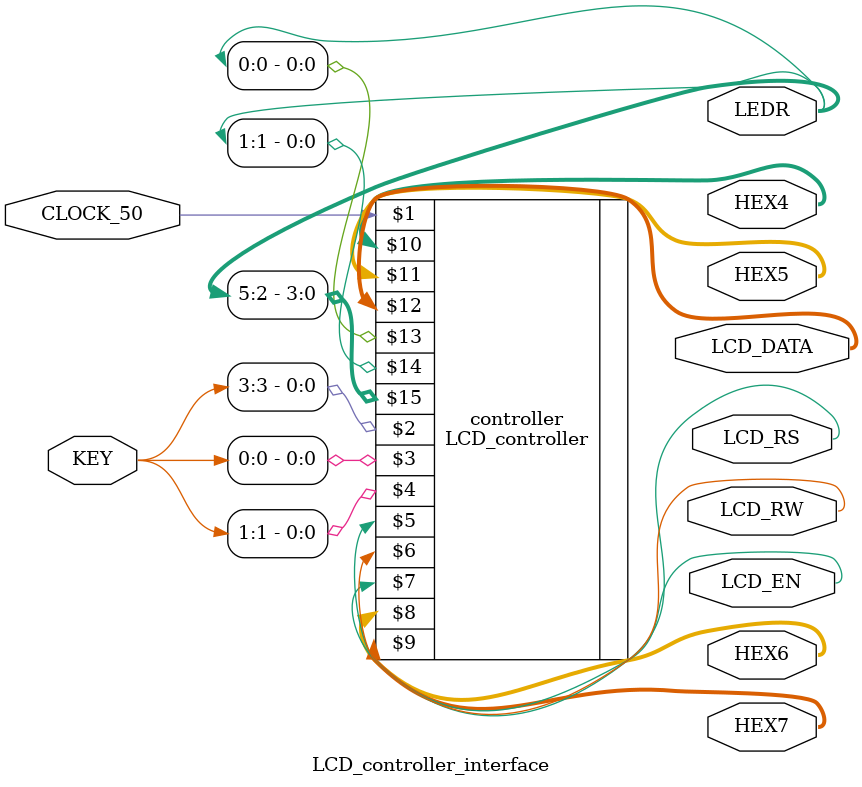
<source format=v>
module LCD_controller_interface(
	input CLOCK_50,
	input [3:0] KEY,
	output LCD_RS, LCD_RW, LCD_EN,
	output [7:0] LCD_DATA,
	output [17:0] LEDR,
	output [6:0] HEX4, HEX5, HEX6, HEX7
);
		

	LCD_controller controller(CLOCK_50, KEY[3], KEY[0], KEY[1], LCD_RS, LCD_RW, LCD_EN, 
				  HEX6, HEX7, HEX4, HEX5,
				  LCD_DATA, LEDR[0], LEDR[1], LEDR[5:2]);
	
endmodule

</source>
